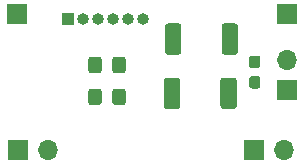
<source format=gbr>
%TF.GenerationSoftware,KiCad,Pcbnew,(5.1.7)-1*%
%TF.CreationDate,2022-11-01T20:21:32+00:00*%
%TF.ProjectId,Hornby-Ringfield-DCC6-Adapter,486f726e-6279-42d5-9269-6e676669656c,rev?*%
%TF.SameCoordinates,Original*%
%TF.FileFunction,Soldermask,Top*%
%TF.FilePolarity,Negative*%
%FSLAX46Y46*%
G04 Gerber Fmt 4.6, Leading zero omitted, Abs format (unit mm)*
G04 Created by KiCad (PCBNEW (5.1.7)-1) date 2022-11-01 20:21:32*
%MOMM*%
%LPD*%
G01*
G04 APERTURE LIST*
%ADD10O,1.700000X1.700000*%
%ADD11R,1.700000X1.700000*%
%ADD12O,1.000000X1.000000*%
%ADD13R,1.000000X1.000000*%
G04 APERTURE END LIST*
%TO.C,D2*%
G36*
G01*
X139550000Y-72849999D02*
X139550000Y-73750001D01*
G75*
G02*
X139300001Y-74000000I-249999J0D01*
G01*
X138649999Y-74000000D01*
G75*
G02*
X138400000Y-73750001I0J249999D01*
G01*
X138400000Y-72849999D01*
G75*
G02*
X138649999Y-72600000I249999J0D01*
G01*
X139300001Y-72600000D01*
G75*
G02*
X139550000Y-72849999I0J-249999D01*
G01*
G37*
G36*
G01*
X141600000Y-72849999D02*
X141600000Y-73750001D01*
G75*
G02*
X141350001Y-74000000I-249999J0D01*
G01*
X140699999Y-74000000D01*
G75*
G02*
X140450000Y-73750001I0J249999D01*
G01*
X140450000Y-72849999D01*
G75*
G02*
X140699999Y-72600000I249999J0D01*
G01*
X141350001Y-72600000D01*
G75*
G02*
X141600000Y-72849999I0J-249999D01*
G01*
G37*
%TD*%
%TO.C,D1*%
G36*
G01*
X139550000Y-75549999D02*
X139550000Y-76450001D01*
G75*
G02*
X139300001Y-76700000I-249999J0D01*
G01*
X138649999Y-76700000D01*
G75*
G02*
X138400000Y-76450001I0J249999D01*
G01*
X138400000Y-75549999D01*
G75*
G02*
X138649999Y-75300000I249999J0D01*
G01*
X139300001Y-75300000D01*
G75*
G02*
X139550000Y-75549999I0J-249999D01*
G01*
G37*
G36*
G01*
X141600000Y-75549999D02*
X141600000Y-76450001D01*
G75*
G02*
X141350001Y-76700000I-249999J0D01*
G01*
X140699999Y-76700000D01*
G75*
G02*
X140450000Y-76450001I0J249999D01*
G01*
X140450000Y-75549999D01*
G75*
G02*
X140699999Y-75300000I249999J0D01*
G01*
X141350001Y-75300000D01*
G75*
G02*
X141600000Y-75549999I0J-249999D01*
G01*
G37*
%TD*%
%TO.C,MOTOR1_R2*%
G36*
G01*
X149700000Y-72175001D02*
X149700000Y-70024999D01*
G75*
G02*
X149949999Y-69775000I249999J0D01*
G01*
X150850001Y-69775000D01*
G75*
G02*
X151100000Y-70024999I0J-249999D01*
G01*
X151100000Y-72175001D01*
G75*
G02*
X150850001Y-72425000I-249999J0D01*
G01*
X149949999Y-72425000D01*
G75*
G02*
X149700000Y-72175001I0J249999D01*
G01*
G37*
G36*
G01*
X144900000Y-72175001D02*
X144900000Y-70024999D01*
G75*
G02*
X145149999Y-69775000I249999J0D01*
G01*
X146050001Y-69775000D01*
G75*
G02*
X146300000Y-70024999I0J-249999D01*
G01*
X146300000Y-72175001D01*
G75*
G02*
X146050001Y-72425000I-249999J0D01*
G01*
X145149999Y-72425000D01*
G75*
G02*
X144900000Y-72175001I0J249999D01*
G01*
G37*
%TD*%
%TO.C,MOTOR1_R1*%
G36*
G01*
X149600000Y-76775001D02*
X149600000Y-74624999D01*
G75*
G02*
X149849999Y-74375000I249999J0D01*
G01*
X150750001Y-74375000D01*
G75*
G02*
X151000000Y-74624999I0J-249999D01*
G01*
X151000000Y-76775001D01*
G75*
G02*
X150750001Y-77025000I-249999J0D01*
G01*
X149849999Y-77025000D01*
G75*
G02*
X149600000Y-76775001I0J249999D01*
G01*
G37*
G36*
G01*
X144800000Y-76775001D02*
X144800000Y-74624999D01*
G75*
G02*
X145049999Y-74375000I249999J0D01*
G01*
X145950001Y-74375000D01*
G75*
G02*
X146200000Y-74624999I0J-249999D01*
G01*
X146200000Y-76775001D01*
G75*
G02*
X145950001Y-77025000I-249999J0D01*
G01*
X145049999Y-77025000D01*
G75*
G02*
X144800000Y-76775001I0J249999D01*
G01*
G37*
%TD*%
%TO.C,C1*%
G36*
G01*
X152262500Y-74225000D02*
X152737500Y-74225000D01*
G75*
G02*
X152975000Y-74462500I0J-237500D01*
G01*
X152975000Y-75062500D01*
G75*
G02*
X152737500Y-75300000I-237500J0D01*
G01*
X152262500Y-75300000D01*
G75*
G02*
X152025000Y-75062500I0J237500D01*
G01*
X152025000Y-74462500D01*
G75*
G02*
X152262500Y-74225000I237500J0D01*
G01*
G37*
G36*
G01*
X152262500Y-72500000D02*
X152737500Y-72500000D01*
G75*
G02*
X152975000Y-72737500I0J-237500D01*
G01*
X152975000Y-73337500D01*
G75*
G02*
X152737500Y-73575000I-237500J0D01*
G01*
X152262500Y-73575000D01*
G75*
G02*
X152025000Y-73337500I0J237500D01*
G01*
X152025000Y-72737500D01*
G75*
G02*
X152262500Y-72500000I237500J0D01*
G01*
G37*
%TD*%
D10*
%TO.C,Rear lights*%
X154940000Y-80500000D03*
D11*
X152400000Y-80500000D03*
%TD*%
D10*
%TO.C,Motor*%
X155200000Y-72860000D03*
D11*
X155200000Y-75400000D03*
%TD*%
D10*
%TO.C,Front lights*%
X135040000Y-80500000D03*
D11*
X132500000Y-80500000D03*
%TD*%
%TO.C,Rail2*%
X155200000Y-69000000D03*
%TD*%
%TO.C,Rail1*%
X132400000Y-69000000D03*
%TD*%
D12*
%TO.C,DCC-6*%
X143050000Y-69400000D03*
X141780000Y-69400000D03*
X140510000Y-69400000D03*
X139240000Y-69400000D03*
X137970000Y-69400000D03*
D13*
X136700000Y-69400000D03*
%TD*%
M02*

</source>
